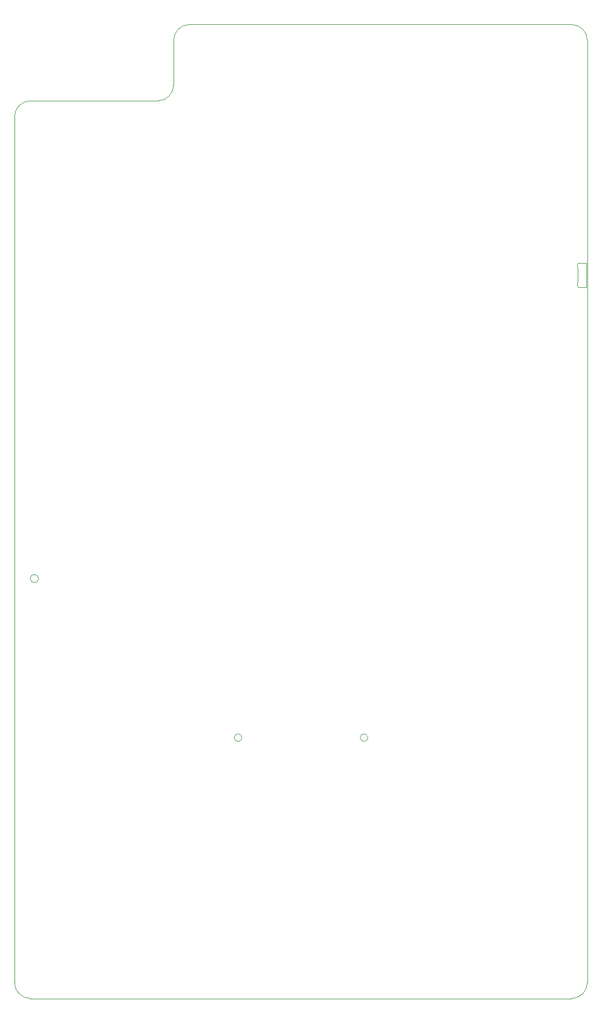
<source format=gbr>
%TF.GenerationSoftware,KiCad,Pcbnew,9.0.4*%
%TF.CreationDate,2025-09-18T14:59:59+02:00*%
%TF.ProjectId,blackpants,626c6163-6b70-4616-9e74-732e6b696361,V2.5*%
%TF.SameCoordinates,Original*%
%TF.FileFunction,Profile,NP*%
%FSLAX46Y46*%
G04 Gerber Fmt 4.6, Leading zero omitted, Abs format (unit mm)*
G04 Created by KiCad (PCBNEW 9.0.4) date 2025-09-18 14:59:59*
%MOMM*%
%LPD*%
G01*
G04 APERTURE LIST*
%TA.AperFunction,Profile*%
%ADD10C,0.050000*%
%TD*%
%TA.AperFunction,Profile*%
%ADD11C,0.100000*%
%TD*%
%TA.AperFunction,Profile*%
%ADD12C,0.010000*%
%TD*%
G04 APERTURE END LIST*
D10*
X117500000Y-27000000D02*
X57500000Y-27000000D01*
X32500000Y-180000000D02*
G75*
G02*
X30000000Y-177500000I0J2500000D01*
G01*
X30000000Y-41500000D02*
G75*
G02*
X32500000Y-39000000I2500000J0D01*
G01*
X120000000Y-177500000D02*
X120000000Y-29500000D01*
X120000000Y-177500000D02*
G75*
G02*
X117500000Y-180000000I-2500000J0D01*
G01*
X55000000Y-36500000D02*
G75*
G02*
X52500000Y-39000000I-2500000J0D01*
G01*
X52500000Y-39000000D02*
X32500000Y-39000000D01*
X55000000Y-29500000D02*
G75*
G02*
X57500000Y-27000000I2500000J0D01*
G01*
X55000000Y-29500000D02*
X55000000Y-36500000D01*
X117500000Y-27000000D02*
G75*
G02*
X120000000Y-29500000I0J-2500000D01*
G01*
X32500000Y-180000000D02*
X117500000Y-180000000D01*
X30000000Y-41500000D02*
X30000000Y-177500000D01*
D11*
%TO.C,U14*%
X33775000Y-114037276D02*
G75*
G02*
X32475000Y-114037276I-650000J0D01*
G01*
X32475000Y-114037276D02*
G75*
G02*
X33775000Y-114037276I650000J0D01*
G01*
X65725000Y-139027278D02*
G75*
G02*
X64525000Y-139027278I-600000J0D01*
G01*
X64525000Y-139027278D02*
G75*
G02*
X65725000Y-139027278I600000J0D01*
G01*
X85525000Y-139027278D02*
G75*
G02*
X84325000Y-139027278I-600000J0D01*
G01*
X84325000Y-139027278D02*
G75*
G02*
X85525000Y-139027278I600000J0D01*
G01*
D12*
%TO.C,PWR_BUTTON1*%
X118494543Y-65159611D02*
X118494543Y-67559611D01*
X118594785Y-68259611D02*
X119844543Y-68259611D01*
X119844543Y-64459611D02*
X118596571Y-64459611D01*
X119844543Y-68259611D02*
X119844543Y-64459611D01*
X118494543Y-65159612D02*
G75*
G02*
X118596571Y-64458283I400126J299876D01*
G01*
X118594784Y-68259611D02*
G75*
G02*
X118494542Y-67559610I299876J400121D01*
G01*
%TD*%
M02*

</source>
